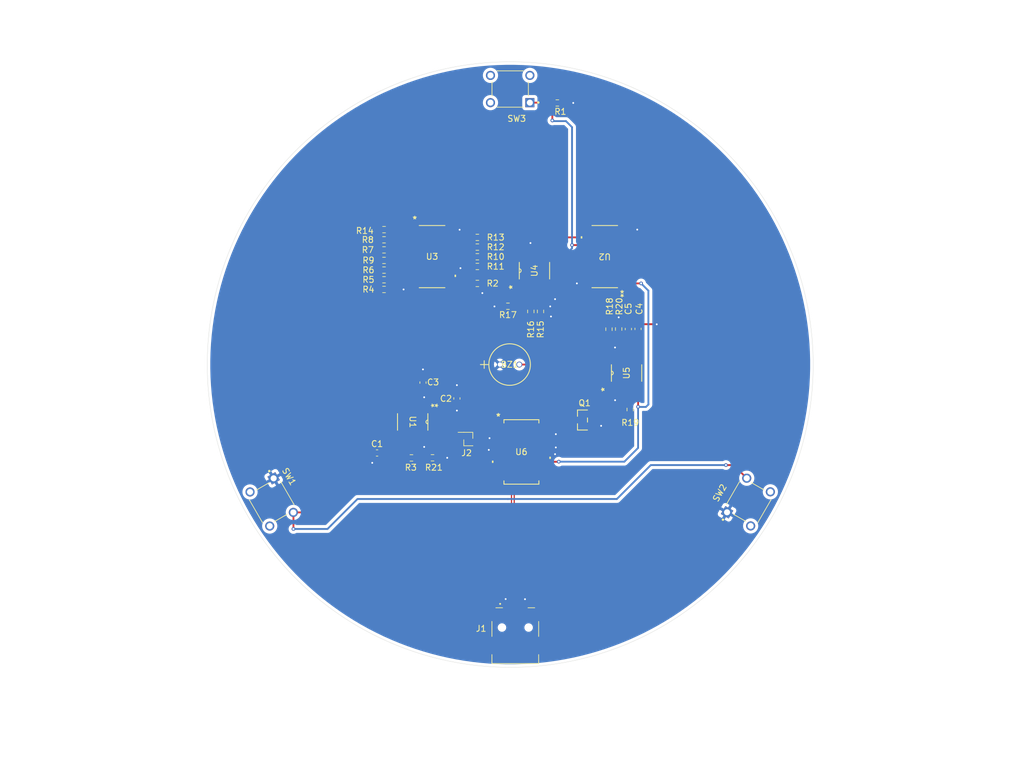
<source format=kicad_pcb>
(kicad_pcb (version 20241229) (generator "pcbnew") (generator_version "9.0")
  (layers (0 "F.Cu" signal "Signal") (4 "In1.Cu" power "GND1") (6 "In2.Cu" power "GND2") (2 "B.Cu" mixed "Signal_PWR") (13 "F.Paste" user) (15 "B.Paste" user) (5 "F.SilkS" user "F.Silkscreen") (7 "B.SilkS" user "B.Silkscreen") (1 "F.Mask" user) (3 "B.Mask" user) (25 "Edge.Cuts" user))
  (net 0 "")
  (net 1 "Net-(BZ1--)")
  (net 2 "+5V")
  (net 3 "GND")
  (net 4 "Net-(U1-CV)")
  (net 5 "Net-(U1-THR)")
  (net 6 "Net-(U5-CV)")
  (net 7 "Net-(U5-THR)")
  (net 8 "/D-")
  (net 9 "/D+")
  (net 10 "Net-(J2-Pin_1)")
  (net 11 "Net-(J2-Pin_2)")
  (net 12 "Net-(Q1A-B1)")
  (net 13 "reset")
  (net 14 "Net-(U4-+)")
  (net 15 "Net-(U3-Q0)")
  (net 16 "Net-(U1-DIS)")
  (net 17 "Net-(U3-Q1)")
  (net 18 "Net-(U3-Q2)")
  (net 19 "Net-(U3-Q3)")
  (net 20 "Net-(U3-Q4)")
  (net 21 "Net-(U3-Q5)")
  (net 22 "Net-(U3-Q6)")
  (net 23 "Net-(U3-Q7)")
  (net 24 "Net-(U3-Q8)")
  (net 25 "Net-(U3-Q9)")
  (net 26 "Net-(U3-Q10)")
  (net 27 "Net-(U3-Q11)")
  (net 28 "Net-(U4--)")
  (net 29 "Net-(U5-TR)")
  (net 30 "Net-(U5-DIS)")
  (net 31 "Net-(U5-Q)")
  (net 32 "Net-(SW1-B)")
  (net 33 "CLK")
  (net 38 "Net-(U2-CLK)")
  (net 39 "Alarma")
  (footprint "Resistor_SMD:R_0603_1608Metric" (layer "F.Cu") (at 127.175 100.4 180)
    (property "Reference" "R21")
    (property "Value" "10k" (hide yes))
  )
  (footprint "Resistor_SMD:R_0603_1608Metric" (layer "F.Cu") (at 119.18 62.72 180)
    (property "Reference" "R14")
    (property "Value" "100k" (hide yes))
  )
  (footprint "Button:SW_TS02-66-90-BK-260-SCR-D" (layer "F.Cu") (at 139.991295 39.5 180)
    (property "Reference" "SW3")
    (property "Value" "SW_SPST" (hide yes))
  )
  (footprint "Resistor_SMD:R_0603_1608Metric" (layer "F.Cu") (at 119.174859 66.064338 180)
    (property "Reference" "R7")
    (property "Value" "100k" (hide yes))
  )
  (footprint "USB:CUI_UJ2-MBH-1-SMT" (layer "F.Cu") (at 139.23575 125.9175)
    (property "Reference" "J1")
    (property "Value" "USB_B")
  )
  (footprint "Button:SW_TS02-66-90-BK-260-SCR-D" (layer "F.Cu") (at 179.354203 107.707 60)
    (property "Reference" "SW2")
    (property "Value" "SW_SPST" (hide yes))
  )
  (footprint "Resistor_SMD:R_0603_1608Metric" (layer "F.Cu") (at 143.4 76.225 90)
    (property "Reference" "R16")
    (property "Value" "R" (hide yes))
  )
  (footprint "Capacitor_SMD:C_0603_1608Metric" (layer "F.Cu") (at 161.095 79.1112 90)
    (property "Reference" "C4")
    (property "Value" "10n" (hide yes))
  )
  (footprint "Resistor_SMD:R_0603_1608Metric" (layer "F.Cu") (at 119.175 71 180)
    (property "Reference" "R5")
    (property "Value" "100k" (hide yes))
  )
  (footprint "74HC:SOT109-1_NXP" (layer "F.Cu") (at 127.1035 67.175)
    (property "Reference" "U3")
    (property "Value" "4040")
  )
  (footprint "NE555:D8" (layer "F.Cu") (at 159.2 86.4 90)
    (property "Reference" "U5")
    (property "Value" "NE555D")
  )
  (footprint "FT232:SSOP-28_FTD" (layer "F.Cu") (at 141.844 99.425)
    (property "Reference" "U6")
    (property "Value" "FT232RL")
  )
  (footprint "Resistor_SMD:R_0603_1608Metric" (layer "F.Cu") (at 147.775 41.8 180)
    (property "Reference" "R1")
    (property "Value" "100k" (hide yes))
  )
  (footprint "Resistor_SMD:R_0603_1608Metric" (layer "F.Cu") (at 139.623387 75.367936 180)
    (property "Reference" "R17")
    (property "Value" "R" (hide yes))
  )
  (footprint "Resistor_SMD:R_0603_1608Metric" (layer "F.Cu") (at 156.295 79.1612 90)
    (property "Reference" "R18")
    (property "Value" "1k" (hide yes))
  )
  (footprint "Capacitor_SMD:C_0603_1608Metric" (layer "F.Cu") (at 159.495 79.1362 90)
    (property "Reference" "C5")
    (property "Value" "C" (hide yes))
  )
  (footprint "Resistor_SMD:R_0603_1608Metric" (layer "F.Cu") (at 145 76.225 90)
    (property "Reference" "R15")
    (property "Value" "R" (hide yes))
  )
  (footprint "Trans:SOT-23_MCC" (layer "F.Cu") (at 151.9237 94.15885 90)
    (property "Reference" "Q1")
    (property "Value" "FFB3904" (hide yes))
  )
  (footprint "Resistor_SMD:R_0603_1608Metric" (layer "F.Cu") (at 134.575 65.6)
    (property "Reference" "R12")
    (property "Value" "100k" (hide yes))
  )
  (footprint "Connector_PinHeader_1.00mm:PinHeader_1x02_P1.00mm_Vertical_SMD_Pin1Left" (layer "F.Cu") (at 133.080617 97.307577)
    (property "Reference" "J2")
    (property "Value" "UART" (hide yes))
  )
  (footprint "Resistor_SMD:R_0603_1608Metric" (layer "F.Cu") (at 119.175 67.8 180)
    (property "Reference" "R9")
    (property "Value" "100k" (hide yes))
  )
  (footprint "Resistor_SMD:R_0603_1608Metric" (layer "F.Cu") (at 157.895 79.132906 -90)
    (property "Reference" "R20")
    (property "Value" "50k" (hide yes))
  )
  (footprint "Resistor_SMD:R_0603_1608Metric" (layer "F.Cu") (at 123.699735 100.41557 180)
    (property "Reference" "R3")
    (property "Value" "1K" (hide yes))
  )
  (footprint "Resistor_SMD:R_0603_1608Metric" (layer "F.Cu") (at 119.175 69.4 180)
    (property "Reference" "R6")
    (property "Value" "100k" (hide yes))
  )
  (footprint "BuzzBuzz:TO_0601A_SOB" (layer "F.Cu") (at 138.299999 85)
    (property "Reference" "BZ1")
    (property "Value" "Buzzer")
  )
  (footprint "Capacitor_SMD:C_0603_1608Metric" (layer "F.Cu") (at 125.6 87.975 90)
    (property "Reference" "C3")
    (property "Value" "10n" (hide yes))
  )
  (footprint "Resistor_SMD:R_0603_1608Metric" (layer "F.Cu") (at 159.795 92.425 -90)
    (property "Reference" "R19")
    (property "Value" "R" (hide yes))
  )
  (footprint "Capacitor_SMD:C_0603_1608Metric" (layer "F.Cu") (at 118.025 99.6 180)
    (property "Reference" "C1")
    (property "Value" "10n" (hide yes))
  )
  (footprint "Resistor_SMD:R_0603_1608Metric" (layer "F.Cu") (at 134.575 67.2)
    (property "Reference" "R10")
    (property "Value" "100k" (hide yes))
  )
  (footprint "74HC:SOT109-1_NXP" (layer "F.Cu") (at 155.6035 67.175 180)
    (property "Reference" "U2")
    (property "Value" "4040")
  )
  (footprint "Resistor_SMD:R_0603_1608Metric" (layer "F.Cu") (at 119.175 64.4 180)
    (property "Reference" "R8")
    (property "Value" "100k" (hide yes))
  )
  (footprint "Capacitor_SMD:C_0603_1608Metric" (layer "F.Cu") (at 131.2 90.6 -90)
    (property "Reference" "C2")
    (property "Value" "100n" (hide yes))
  )
  (footprint "U741:D8" (layer "F.Cu") (at 144 69.5 90)
    (property "Reference" "U4")
    (property "Value" "LM741")
  )
  (footprint "Resistor_SMD:R_0603_1608Metric" (layer "F.Cu") (at 134.575 71.6)
    (property "Reference" "R2")
    (property "Value" "100k" (hide yes))
  )
  (footprint "Button:SW_TS02-66-90-BK-260-SCR-D" (layer "F.Cu") (at 100.634713 107.727651 -60)
    (property "Reference" "SW1")
    (property "Value" "SW_SPST" (hide yes))
  )
  (footprint "Resistor_SMD:R_0603_1608Metric" (layer "F.Cu") (at 119.175 72.6 180)
    (property "Reference" "R4")
    (property "Value" "100k" (hide yes))
  )
  (footprint "Resistor_SMD:R_0603_1608Metric" (layer "F.Cu") (at 134.575 68.8)
    (property "Reference" "R11")
    (property "Value" "100k" (hide yes))
  )
  (footprint "NE555:D8" (layer "F.Cu") (at 123.905 94.475 -90)
    (property "Reference" "U1")
    (property "Value" "NE555D")
  )
  (footprint "Resistor_SMD:R_0603_1608Metric" (layer "F.Cu") (at 134.575 64)
    (property "Reference" "R13")
    (property "Value" "100k" (hide yes))
  )
  (gr_circle (center 140 85) (end 190 85) (stroke (width 0.05)) (fill no) (layer "Edge.Cuts"))
  (segment (start 148.6 93.4) (end 149.35885 94.15885) (width 0.3) (layer "F.Cu") (net 1))
  (segment (start 149.35885 94.15885) (end 151.0474 94.15885) (width 0.3) (layer "F.Cu") (net 1))
  (segment (start 143.6 85) (end 148.6 90) (width 0.3) (layer "F.Cu") (net 1))
  (segment (start 141.5 85) (end 143.6 85) (width 0.3) (layer "F.Cu") (net 1))
  (segment (start 148.6 90) (end 148.6 93.4) (width 0.3) (layer "F.Cu") (net 1))
  (segment (start 139.23575 123.732516) (end 139.243879 123.724387) (width 0.3) (layer "F.Cu") (net 2))
  (segment (start 138.288 97.150001) (end 136.589305 97.150001) (width 0.3) (layer "F.Cu") (net 2))
  (segment (start 148.6 41.8) (end 150.4 41.8) (width 0.3) (layer "F.Cu") (net 2))
  (segment (start 129.707 62.73) (end 131.63836 62.73) (width 0.3) (layer "F.Cu") (net 2))
  (segment (start 125.81 98.59) (end 125.8 98.6) (width 0.3) (layer "F.Cu") (net 2))
  (segment (start 157.295 83.9362) (end 157.295 82.184746) (width 0.3) (layer "F.Cu") (net 2))
  (segment (start 157.295 82.184746) (end 157.293995 82.183741) (width 0.3) (layer "F.Cu") (net 2))
  (segment (start 157.895 78.307906) (end 157.895 77.205568) (width 0.3) (layer "F.Cu") (net 2))
  (segment (start 157.895 77.205568) (end 157.897397 77.203171) (width 0.3) (layer "F.Cu") (net 2))
  (segment (start 151.02 71.62) (end 151 71.6) (width 0.3) (layer "F.Cu") (net 2))
  (segment (start 131.63836 62.73) (end 131.64545 62.73709) (width 0.3) (layer "F.Cu") (net 2))
  (segment (start 138.798387 75.367936) (end 137.432064 75.367936) (width 0.3) (layer "F.Cu") (net 2))
  (segment (start 146.800001 100.399999) (end 147.4 99.8) (width 0.3) (layer "F.Cu") (net 2))
  (segment (start 128 100.4) (end 129.6 100.4) (width 0.3) (layer "F.Cu") (net 2))
  (segment (start 145.4 100.399999) (end 146.800001 100.399999) (width 0.3) (layer "F.Cu") (net 2))
  (segment (start 125.81 96.9388) (end 125.81 98.59) (width 0.3) (layer "F.Cu") (net 2))
  (segment (start 153 71.62) (end 151.02 71.62) (width 0.3) (layer "F.Cu") (net 2))
  (segment (start 139.23575 125.9175) (end 139.23575 123.732516) (width 0.3) (layer "F.Cu") (net 2))
  (segment (start 137.432064 75.367936) (end 137.4 75.4) (width 0.3) (layer "F.Cu") (net 2))
  (segment (start 143.365 67.0362) (end 143.365 64.960104) (width 0.3) (layer "F.Cu") (net 2))
  (segment (start 143.365 64.960104) (end 143.340623 64.935727) (width 0.3) (layer "F.Cu") (net 2))
  (segment (start 136.589305 97.150001) (end 136.584295 97.155011) (width 0.3) (layer "F.Cu") (net 2))
  (segment (start 131.2 89.825) (end 131.2 88.4) (width 0.3) (layer "F.Cu") (net 2))
  (via (at 129.6 100.4) (size 0.6) (drill 0.3) (layers "F.Cu" "B.Cu") (net 2))
  (via (at 136.584295 97.155011) (size 0.6) (drill 0.3) (layers "F.Cu" "B.Cu") (net 2))
  (via (at 143.340623 64.935727) (size 0.6) (drill 0.3) (layers "F.Cu" "B.Cu") (net 2))
  (via (at 131.64545 62.73709) (size 0.6) (drill 0.3) (layers "F.Cu" "B.Cu") (net 2))
  (via (at 137.4 75.4) (size 0.6) (drill 0.3) (layers "F.Cu" "B.Cu") (net 2))
  (via (at 157.897397 77.203171) (size 0.6) (drill 0.3) (layers "F.Cu" "B.Cu") (net 2))
  (via (at 125.8 98.6) (size 0.6) (drill 0.3) (layers "F.Cu" "B.Cu") (net 2))
  (via (at 147.4 99.8) (size 0.6) (drill 0.3) (layers "F.Cu" "B.Cu") (net 2))
  (via (at 131.2 88.4) (size 0.6) (drill 0.3) (layers "F.Cu" "B.Cu") (net 2))
  (via (at 139.243879 123.724387) (size 0.6) (drill 0.3) (layers "F.Cu" "B.Cu") (net 2))
  (via (at 157.293995 82.183741) (size 0.6) (drill 0.3) (layers "F.Cu" "B.Cu") (net 2))
  (via (at 151 71.6) (size 0.6) (drill 0.3) (layers "F.Cu" "B.Cu") (net 2))
  (via (at 150.4 41.8) (size 0.6) (drill 0.3) (layers "F.Cu" "B.Cu") (net 2))
  (segment (start 142.43575 125.9175) (end 142.43575 123.750161) (width 0.3) (layer "F.Cu") (net 3))
  (segment (start 146.712067 77.05) (end 146.725935 77.063868) (width 0.3) (layer "F.Cu") (net 3))
  (segment (start 142.43575 123.750161) (end 142.439584 123.746327) (width 0.3) (layer "F.Cu") (net 3))
  (segment (start 144.331998 99.750001) (end 143.8 100.281999) (width 0.3) (layer "F.Cu") (net 3))
  (segment (start 147.510485 98.689515) (end 147.522494 98.689515) (width 0.3) (layer "F.Cu") (net 3))
  (segment (start 152.8 95.1177) (end 155.000426 95.1177) (width 0.3) (layer "F.Cu") (net 3))
  (segment (start 124.5 71.62) (end 122.78 71.62) (width 0.3) (layer "F.Cu") (net 3))
  (segment (start 122.6 71.8) (end 122.4 72) (width 0.3) (layer "F.Cu") (net 3))
  (segment (start 161.095 78.3362) (end 164.159629 78.3362) (width 0.3) (layer "F.Cu") (net 3))
  (segment (start 125.81 90.41) (end 125.8 90.4) (width 0.3) (layer "F.Cu") (net 3))
  (segment (start 141.63575 125.9175) (end 142.43575 125.9175) (width 0.3) (layer "F.Cu") (net 3))
  (segment (start 160.948429 62.73) (end 160.963233 62.715196) (width 0.3) (layer "F.Cu") (net 3))
  (segment (start 125.6 87.2) (end 125.6 85.8) (width 0.3) (layer "F.Cu") (net 3))
  (segment (start 157.295 90.87709) (end 157.306339 90.888429) (width 0.3) (layer "F.Cu") (net 3))
  (segment (start 157.295 88.8638) (end 157.295 90.87709) (width 0.3) (layer "F.Cu") (net 3))
  (segment (start 122.4 72) (end 122.4 72.6) (width 0.3) (layer "F.Cu") (net 3))
  (segment (start 143.8 101.200099) (end 144.2999 101.699999) (width 0.3) (layer "F.Cu") (net 3))
  (segment (start 145.905 71.9638) (end 145.905 73.705) (width 0.3) (layer "F.Cu") (net 3))
  (segment (start 145.4 96.5) (end 147.524803 96.5) (width 0.3) (layer "F.Cu") (net 3))
  (segment (start 145.905 73.705) (end 146.4 74.2) (width 0.3) (layer "F.Cu") (net 3))
  (segment (start 122.78 71.62) (end 122.6 71.8) (width 0.3) (layer "F.Cu") (net 3))
  (segment (start 146.4 74.2) (end 147.4 74.2) (width 0.3) (layer "F.Cu") (net 3))
  (segment (start 117.25 99.6) (end 117.25 101.209723) (width 0.3) (layer "F.Cu") (net 3))
  (segment (start 145.4 96.5) (end 145.4 97.150001) (width 0.3) (layer "F.Cu") (net 3))
  (segment (start 125.81 92.0112) (end 125.81 90.41) (width 0.3) (layer "F.Cu") (net 3))
  (segment (start 145 77.05) (end 146.712067 77.05) (width 0.3) (layer "F.Cu") (net 3))
  (segment (start 159.495 78.3612) (end 161.07 78.3612) (width 0.3) (layer "F.Cu") (net 3))
  (segment (start 143.4 77.05) (end 145 77.05) (width 0.3) (layer "F.Cu") (net 3))
  (segment (start 131.2 91.375) (end 131.2 92.6) (width 0.3) (layer "F.Cu") (net 3))
  (segment (start 155.000426 95.1177) (end 155.000739 95.118013) (width 0.3) (layer "F.Cu") (net 3))
  (segment (start 161.07 78.3612) (end 161.095 78.3362) (width 0.3) (layer "F.Cu") (net 3))
  (segment (start 143.8 100.281999) (end 143.8 101.200099) (width 0.3) (layer "F.Cu") (net 3))
  (segment (start 147.524803 96.5) (end 147.529515 96.495288) (width 0.3) (layer "F.Cu") (net 3))
  (segment (start 164.159629 78.3362) (end 164.177944 78.354515) (width 0.3) (layer "F.Cu") (net 3))
  (segment (start 145.4 99.750001) (end 146.449999 99.750001) (width 0.3) (layer "F.Cu") (net 3))
  (segment (start 158.207 62.73) (end 160.948429 62.73) (width 0.3) (layer "F.Cu") (net 3))
  (segment (start 144.2999 101.699999) (end 145.4 101.699999) (width 0.3) (layer "F.Cu") (net 3))
  (segment (start 146.449999 99.750001) (end 147.510485 98.689515) (width 0.3) (layer "F.Cu") (net 3))
  (segment (start 138.288 99.099999) (end 136.471267 99.099999) (width 0.3) (layer "F.Cu") (net 3))
  (segment (start 145.4 99.750001) (end 144.331998 99.750001) (width 0.3) (layer "F.Cu") (net 3))
  (segment (start 117.25 101.209723) (end 117.227736 101.231987) (width 0.3) (layer "F.Cu") (net 3))
  (segment (start 136.471267 99.099999) (end 136.465034 99.093766) (width 0.3) (layer "F.Cu") (net 3))
  (via (at 160.963233 62.715196) (size 0.6) (drill 0.3) (layers "F.Cu" "B.Cu") (net 3))
  (via (at 136.465034 99.093766) (size 0.6) (drill 0.3) (layers "F.Cu" "B.Cu") (net 3))
  (via (at 117.227736 101.231987) (size 0.6) (drill 0.3) (layers "F.Cu" "B.Cu") (net 3))
  (via (at 122.4 72.6) (size 0.6) (drill 0.3) (layers "F.Cu" "B.Cu") (net 3))
  (via (at 147.529515 96.495288) (size 0.6) (drill 0.3) (layers "F.Cu" "B.Cu") (net 3))
  (via (at 147.522494 98.689515) (size 0.6) (drill 0.3) (layers "F.Cu" "B.Cu") (net 3))
  (via (at 147.4 74.2) (size 0.6) (drill 0.3) (layers "F.Cu" "B.Cu") (net 3))
  (via (at 146.725935 77.063868) (size 0.6) (drill 0.3) (layers "F.Cu" "B.Cu") (net 3))
  (via (at 164.177944 78.354515) (size 0.6) (drill 0.3) (layers "F.Cu" "B.Cu") (net 3))
  (via (at 157.306339 90.888429) (size 0.6) (drill 0.3) (layers "F.Cu" "B.Cu") (net 3))
  (via (at 142.439584 123.746327) (size 0.6) (drill 0.3) (layers "F.Cu" "B.Cu") (net 3))
  (via (at 125.6 85.8) (size 0.6) (drill 0.3) (layers "F.Cu" "B.Cu") (net 3))
  (via (at 155.000739 95.118013) (size 0.6) (drill 0.3) (layers "F.Cu" "B.Cu") (net 3))
  (via (at 131.2 92.6) (size 0.6) (drill 0.3) (layers "F.Cu" "B.Cu") (net 3))
  (via (at 125.8 90.4) (size 0.6) (drill 0.3) (layers "F.Cu" "B.Cu") (net 3))
  (segment (start 122 98.2) (end 120.6 99.6) (width 0.3) (layer "F.Cu") (net 4))
  (segment (start 120.6 99.6) (end 118.8 99.6) (width 0.3) (layer "F.Cu") (net 4))
  (segment (start 122 96.9388) (end 122 98.2) (width 0.3) (layer "F.Cu") (net 4))
  (segment (start 123.27 98.73) (end 122.874735 99.125265) (width 0.3) (layer "F.Cu") (net 5))
  (segment (start 124.54 90.46) (end 125.6 89.4) (width 0.2) (layer "F.Cu") (net 5))
  (segment (start 124.54 92.0112) (end 124.54 90.46) (width 0.2) (layer "F.Cu") (net 5))
  (segment (start 125.6 89.4) (end 125.6 88.75) (width 0.2) (layer "F.Cu") (net 5))
  (segment (start 122.874735 99.125265) (end 122.874735 100.41557) (width 0.3) (layer "F.Cu") (net 5))
  (segment (start 124.54 93.8132) (end 124.54 92.0112) (width 0.2) (layer "F.Cu") (net 5))
  (segment (start 123.27 96.9388) (end 123.27 95.0832) (width 0.2) (layer "F.Cu") (net 5))
  (segment (start 123.27 96.9388) (end 123.27 98.73) (width 0.3) (layer "F.Cu") (net 5))
  (segment (start 123.27 95.0832) (end 124.54 93.8132) (width 0.2) (layer "F.Cu") (net 5))
  (segment (start 161.105 83.9362) (end 161.105 79.8962) (width 0.3) (layer "F.Cu") (net 6))
  (segment (start 161.105 79.8962) (end 161.095 79.8862) (width 0.3) (layer "F.Cu") (net 6))
  (segment (start 159.495 80.43055) (end 159.495 79.9112) (width 0.3) (layer "F.Cu") (net 7))
  (segment (start 159.835 83.9362) (end 159.835 80.77055) (width 0.3) (layer "F.Cu") (net 7))
  (segment (start 159.835 80.77055) (end 159.495 80.43055) (width 0.3) (layer "F.Cu") (net 7))
  (segment (start 140.21075 106.271052) (end 140.21075 123.867499) (width 0.2) (layer "F.Cu") (net 8))
  (segment (start 145.4 102.999999) (end 144.199849 102.999999) (width 0.2) (layer "F.Cu") (net 8))
  (segment (start 140.03575 124.042499) (end 140.03575 125.9175) (width 0.2) (layer "F.Cu") (net 8))
  (segment (start 143.381802 103.1) (end 140.21075 106.271052) (width 0.2) (layer "F.Cu") (net 8))
  (segment (start 144.099848 103.1) (end 143.381802 103.1) (width 0.2) (layer "F.Cu") (net 8))
  (segment (start 144.199849 102.999999) (end 144.099848 103.1) (width 0.2) (layer "F.Cu") (net 8))
  (segment (start 140.21075 123.867499) (end 140.03575 124.042499) (width 0.2) (layer "F.Cu") (net 8))
  (segment (start 140.66075 106.457448) (end 140.66075 123.867499) (width 0.2) (layer "F.Cu") (net 9))
  (segment (start 144.199849 103.65) (end 144.099848 103.549999) (width 0.2) (layer "F.Cu") (net 9))
  (segment (start 144.099848 103.549999) (end 143.568199 103.549999) (width 0.2) (layer "F.Cu") (net 9))
  (segment (start 145.4 103.65) (end 144.199849 103.65) (width 0.2) (layer "F.Cu") (net 9))
  (segment (start 143.568199 103.549999) (end 140.66075 106.457448) (width 0.2) (layer "F.Cu") (net 9))
  (segment (start 140.83575 124.042499) (end 140.83575 125.9175) (width 0.2) (layer "F.Cu") (net 9))
  (segment (start 140.66075 123.867499) (end 140.83575 124.042499) (width 0.2) (layer "F.Cu") (net 9))
  (segment (start 130.4 95.2) (end 138.288 95.2) (width 0.3) (layer "F.Cu") (net 10))
  (segment (start 130.407577 96.807577) (end 130.2 96.6) (width 0.3) (layer "F.Cu") (net 10))
  (segment (start 130.2 96.6) (end 130.2 95.4) (width 0.3) (layer "F.Cu") (net 10))
  (segment (start 132.205617 96.807577) (end 130.407577 96.807577) (width 0.3) (layer "F.Cu") (net 10))
  (segment (start 130.2 95.4) (end 130.4 95.2) (width 0.3) (layer "F.Cu") (net 10))
  (segment (start 138.280422 97.807577) (end 138.288 97.799999) (width 0.3) (layer "F.Cu") (net 11))
  (segment (start 133.955617 97.807577) (end 138.280422 97.807577) (width 0.3) (layer "F.Cu") (net 11))
  (segment (start 159.795 93.25) (end 152.85 93.25) (width 0.3) (layer "F.Cu") (net 12))
  (segment (start 152.85 93.25) (end 152.8 93.2) (width 0.3) (layer "F.Cu") (net 12))
  (segment (start 131.783187 69.08) (end 131.78799 69.084803) (width 0.3) (layer "F.Cu") (net 13))
  (segment (start 146.95 44.689054) (end 146.950021 44.689075) (width 0.3) (layer "F.Cu") (net 13))
  (segment (start 146.95 41.8) (end 146.95 44.689054) (width 0.3) (layer "F.Cu") (net 13))
  (segment (start 129.707 69.08) (end 131.783187 69.08) (width 0.3) (layer "F.Cu") (net 13))
  (segment (start 143.241295 41.75) (end 146.9 41.75) (width 0.3) (layer "F.Cu") (net 13))
  (segment (start 150.2 65.27) (end 150.283499 65.27) (width 0.3) (layer "F.Cu") (net 13))
  (segment (start 153 65.27) (end 150.2 65.27) (width 0.3) (layer "F.Cu") (net 13))
  (segment (start 146.9 41.75) (end 146.95 41.8) (width 0.3) (layer "F.Cu") (net 13))
  (via (at 131.78799 69.084803) (size 0.6) (drill 0.3) (layers "F.Cu" "B.Cu") (net 13))
  (via (at 146.950021 44.689075) (size 0.6) (drill 0.3) (layers "F.Cu" "B.Cu") (net 13))
  (via (at 150.2 65.27) (size 0.6) (drill 0.3) (layers "F.Cu" "B.Cu") (net 13))
  (segment (start 146.950021 44.689075) (end 147.060946 44.8) (width 0.3) (layer "B.Cu") (net 13))
  (segment (start 149 67) (end 150.2 65.8) (width 0.3) (layer "B.Cu") (net 13))
  (segment (start 150.2 45.8) (end 150.2 65.27) (width 0.3) (layer "B.Cu") (net 13))
  (segment (start 131.78799 69.084803) (end 137.915197 69.084803) (width 0.3) (layer "B.Cu") (net 13))
  (segment (start 140 67) (end 149 67) (width 0.3) (layer "B.Cu") (net 13))
  (segment (start 147.060946 44.8) (end 149.2 44.8) (width 0.3) (layer "B.Cu") (net 13))
  (segment (start 150.2 65.8) (end 150.2 65.27) (width 0.3) (layer "B.Cu") (net 13))
  (segment (start 149.2 44.8) (end 150.2 45.8) (width 0.3) (layer "B.Cu") (net 13))
  (segment (start 137.915197 69.084803) (end 140 67) (width 0.3) (layer "B.Cu") (net 13))
  (segment (start 135.4 61.6) (end 135.4 64) (width 0.3) (layer "F.Cu") (net 14))
  (segment (start 118.35 72.6) (end 118.35 71) (width 0.3) (layer "F.Cu") (net 14))
  (segment (start 145 74.891698) (end 145 75.4) (width 0.3) (layer "F.Cu") (net 14))
  (segment (start 118.35 71) (end 118.35 69.4) (width 0.3) (layer "F.Cu") (net 14))
  (segment (start 118.355 61.645) (end 119.2 60.8) (width 0.3) (layer "F.Cu") (net 14))
  (segment (start 135.4 64) (end 135.4 71.6) (width 0.3) (layer "F.Cu") (net 14))
  (segment (start 118.355 62.72) (end 118.355 61.645) (width 0.3) (layer "F.Cu") (net 14))
  (segment (start 146.6 75.4) (end 145 75.4) (width 0.3) (layer "F.Cu") (net 14))
  (segment (start 118.35 67.8) (end 118.35 62.725) (width 0.3) (layer "F.Cu") (net 14))
  (segment (start 118.35 62.725) (end 118.355 62.72) (width 0.3) (layer "F.Cu") (net 14))
  (segment (start 144.635 71.9638) (end 144.635 74.526698) (width 0.3) (layer "F.Cu") (net 14))
  (segment (start 119.2 60.8) (end 134.6 60.8) (width 0.3) (layer "F.Cu") (net 14))
  (segment (start 144.635 74.526698) (end 145 74.891698) (width 0.3) (layer "F.Cu") (net 14))
  (segment (start 118.35 69.4) (end 118.35 67.8) (width 0.3) (layer "F.Cu") (net 14))
  (segment (start 134.6 60.8) (end 135.4 61.6) (width 0.3) (layer "F.Cu") (net 14))
  (segment (start 135.4 71.6) (end 135.4 73.2) (width 0.3) (layer "F.Cu") (net 14))
  (via (at 135.4 73.2) (size 0.6) (drill 0.3) (layers "F.Cu" "B.Cu") (net 14))
  (via (at 146.6 75.4) (size 0.6) (drill 0.3) (layers "F.Cu" "B.Cu") (net 14))
  (segment (start 135.4 73.2) (end 136.2 74) (width 0.3) (layer "B.Cu") (net 14))
  (segment (start 146 74) (end 146.6 74.6) (width 0.3) (layer "B.Cu") (net 14))
  (segment (start 146.6 74.6) (end 146.6 75.4) (width 0.3) (layer "B.Cu") (net 14))
  (segment (start 136.2 74) (end 146 74) (width 0.3) (layer "B.Cu") (net 14))
  (segment (start 129.707 71.62) (end 133.73 71.62) (width 0.3) (layer "F.Cu") (net 15))
  (segment (start 133.73 71.62) (end 133.75 71.6) (width 0.3) (layer "F.Cu") (net 15))
  (segment (start 124.54 96.9388) (end 124.54 100.34) (width 0.3) (layer "F.Cu") (net 16))
  (segment (start 124.54 100.34) (end 124.6 100.4) (width 0.3) (layer "F.Cu") (net 16))
  (segment (start 124.524735 100.41557) (end 126.33443 100.41557) (width 0.3) (layer "F.Cu") (net 16))
  (segment (start 126.33443 100.41557) (end 126.35 100.4) (width 0.3) (layer "F.Cu") (net 16))
  (segment (start 122.758302 70.35) (end 120.508302 72.6) (width 0.3) (layer "F.Cu") (net 17))
  (segment (start 124.5 70.35) (end 122.758302 70.35) (width 0.3) (layer "F.Cu") (net 17))
  (segment (start 120.508302 72.6) (end 120 72.6) (width 0.3) (layer "F.Cu") (net 17))
  (segment (start 122.428302 69.08) (end 120.508302 71) (width 0.3) (layer "F.Cu") (net 18))
  (segment (start 120.508302 71) (end 120 71) (width 0.3) (layer "F.Cu") (net 18))
  (segment (start 124.5 69.08) (end 122.428302 69.08) (width 0.3) (layer "F.Cu") (net 18))
  (segment (start 122.098302 67.81) (end 120.508302 69.4) (width 0.3) (layer "F.Cu") (net 19))
  (segment (start 120.508302 69.4) (end 120 69.4) (width 0.3) (layer "F.Cu") (net 19))
  (segment (start 124.5 67.81) (end 122.098302 67.81) (width 0.3) (layer "F.Cu") (net 19))
  (segment (start 121.238302 65.27) (end 120.443964 66.064338) (width 0.3) (layer "F.Cu") (net 20))
  (segment (start 120.443964 66.064338) (end 119.999859 66.064338) (width 0.3) (layer "F.Cu") (net 20))
  (segment (start 124.5 65.27) (end 121.238302 65.27) (width 0.3) (layer "F.Cu") (net 20))
  (segment (start 120.833302 64) (end 120.433302 64.4) (width 0.3) (layer "F.Cu") (net 21))
  (segment (start 120.433302 64.4) (end 120 64.4) (width 0.3) (layer "F.Cu") (net 21))
  (segment (start 124.5 64) (end 120.833302 64) (width 0.3) (layer "F.Cu") (net 21))
  (segment (start 121.632499 66.54) (end 120.372499 67.8) (width 0.3) (layer "F.Cu") (net 22))
  (segment (start 124.5 66.54) (end 121.632499 66.54) (width 0.3) (layer "F.Cu") (net 22))
  (segment (start 120.372499 67.8) (end 120 67.8) (width 0.3) (layer "F.Cu") (net 22))
  (segment (start 133.241698 67.2) (end 133.75 67.2) (width 0.3) (layer "F.Cu") (net 23))
  (segment (start 132.581698 66.54) (end 133.241698 67.2) (width 0.3) (layer "F.Cu") (net 23))
  (segment (start 129.707 66.54) (end 132.581698 66.54) (width 0.3) (layer "F.Cu") (net 23))
  (segment (start 129.707 67.81) (end 132.251698 67.81) (width 0.3) (layer "F.Cu") (net 24))
  (segment (start 133.241698 68.8) (end 133.75 68.8) (width 0.3) (layer "F.Cu") (net 24))
  (segment (start 132.251698 67.81) (end 133.241698 68.8) (width 0.3) (layer "F.Cu") (net 24))
  (segment (start 132.911698 65.27) (end 133.241698 65.6) (width 0.3) (layer "F.Cu") (net 25))
  (segment (start 133.241698 65.6) (end 133.75 65.6) (width 0.3) (layer "F.Cu") (net 25))
  (segment (start 129.707 65.27) (end 132.911698 65.27) (width 0.3) (layer "F.Cu") (net 25))
  (segment (start 129.707 64) (end 133.75 64) (width 0.3) (layer "F.Cu") (net 26))
  (segment (start 120.08 62.73) (end 120 62.81) (width 0.2) (layer "F.Cu") (net 27))
  (segment (start 124.5 62.73) (end 120.075 62.73) (width 0.3) (layer "F.Cu") (net 27))
  (segment (start 120.075 62.73) (end 120.005 62.8) (width 0.2) (layer "F.Cu") (net 27))
  (segment (start 143.367936 75.367936) (end 143.4 75.4) (width 0.3) (layer "F.Cu") (net 28))
  (segment (start 143.365 71.9638) (end 143.365 75.365) (width 0.3) (layer "F.Cu") (net 28))
  (segment (start 143.365 75.365) (end 143.4 75.4) (width 0.3) (layer "F.Cu") (net 28))
  (segment (start 140.448387 75.367936) (end 143.367936 75.367936) (width 0.3) (layer "F.Cu") (net 28))
  (segment (start 155.6 92) (end 157.4 92) (width 0.3) (layer "F.Cu") (net 29))
  (segment (start 154.2 79.2) (end 154.2 90.6) (width 0.3) (layer "F.Cu") (net 29))
  (segment (start 156.295 78.3362) (end 156.295 78.295) (width 0.3) (layer "F.Cu") (net 29))
  (segment (start 158.565 90.835) (end 158.565 88.8638) (width 0.3) (layer "F.Cu") (net 29))
  (segment (start 156.295 78.295) (end 156.2 78.2) (width 0.3) (layer "F.Cu") (net 29))
  (segment (start 154.2 90.6) (end 155.6 92) (width 0.3) (layer "F.Cu") (net 29))
  (segment (start 156.295 78.3362) (end 155.0638 78.3362) (width 0.3) (layer "F.Cu") (net 29))
  (segment (start 155.0638 78.3362) (end 154.2 79.2) (width 0.3) (layer "F.Cu") (net 29))
  (segment (start 157.4 92) (end 158.565 90.835) (width 0.3) (layer "F.Cu") (net 29))
  (segment (start 158.565 83.9362) (end 158.565 81.12555) (width 0.3) (layer "F.Cu") (net 30))
  (segment (start 158.565 81.12555) (end 157.895 80.45555) (width 0.3) (layer "F.Cu") (net 30))
  (segment (start 157.895 79.957906) (end 156.323294 79.957906) (width 0.3) (layer "F.Cu") (net 30))
  (segment (start 157.895 80.45555) (end 157.895 79.957906) (width 0.3) (layer "F.Cu") (net 30))
  (segment (start 156.323294 79.957906) (end 156.295 79.9862) (width 0.3) (layer "F.Cu") (net 30))
  (segment (start 159.835 88.8638) (end 159.835 91.56) (width 0.3) (layer "F.Cu") (net 31))
  (segment (start 159.835 91.56) (end 159.795 91.6) (width 0.3) (layer "F.Cu") (net 31))
  (segment (start 104.226541 112.149844) (end 104.226541 109.435505) (width 0.3) (layer "F.Cu") (net 32))
  (segment (start 117.4 89.2) (end 121.2 89.2) (width 0.3) (layer "F.Cu") (net 32))
  (segment (start 113 93.6) (end 117.4 89.2) (width 0.3) (layer "F.Cu") (net 32))
  (segment (start 122 90) (end 122 92.0112) (width 0.3) (layer "F.Cu") (net 32))
  (segment (start 108.582766 109.417234) (end 113 105) (width 0.3) (layer "F.Cu") (net 32))
  (segment (start 121.2 89.2) (end 122 90) (width 0.3) (layer "F.Cu") (net 32))
  (segment (start 179.030646 103.767417) (end 176.863229 101.6) (width 0.3) (layer "F.Cu") (net 32))
  (segment (start 113 105) (end 113 93.6) (width 0.3) (layer "F.Cu") (net 32))
  (segment (start 104.226541 109.435505) (end 104.20827 109.417234) (width 0.3) (layer "F.Cu") (net 32))
  (segment (start 176.863229 101.6) (end 175.6 101.6) (width 0.3) (layer "F.Cu") (net 32))
  (segment (start 104.20827 109.417234) (end 108.582766 109.417234) (width 0.3) (layer "F.Cu") (net 32))
  (via (at 175.6 101.6) (size 0.6) (drill 0.3) (layers "F.Cu" "B.Cu") (net 32))
  (via (at 104.226541 112.149844) (size 0.6) (drill 0.3) (layers "F.Cu" "B.Cu") (net 32))
  (segment (start 109.850156 112.149844) (end 104.226541 112.149844) (width 0.3) (layer "B.Cu") (net 32))
  (segment (start 157.6 107.2) (end 163.2 101.6) (width 0.3) (layer "B.Cu") (net 32))
  (segment (start 114.8 107.2) (end 110.4 111.6) (width 0.3) (layer "B.Cu") (net 32))
  (segment (start 110.4 111.6) (end 109.850156 112.149844) (width 0.3) (layer "B.Cu") (net 32))
  (segment (start 139.6 107.2) (end 157.6 107.2) (width 0.3) (layer "B.Cu") (net 32))
  (segment (start 163.2 101.6) (end 175.6 101.6) (width 0.3) (layer "B.Cu") (net 32))
  (segment (start 139.6 107.2) (end 114.8 107.2) (width 0.3) (layer "B.Cu") (net 32))
  (segment (start 129.707 70.35) (end 127.9574 70.35) (width 0.3) (layer "F.Cu") (net 33))
  (segment (start 127.9574 70.35) (end 127.2 71.1074) (width 0.3) (layer "F.Cu") (net 33))
  (segment (start 123.27 81.73) (end 123.27 92.0112) (width 0.3) (layer "F.Cu") (net 33))
  (segment (start 127.2 71.1074) (end 127.2 77.8) (width 0.3) (layer "F.Cu") (net 33))
  (segment (start 127.2 77.8) (end 123.27 81.73) (width 0.3) (layer "F.Cu") (net 33))
  (segment (start 145.7692 64) (end 153 64) (width 0.3) (layer "F.Cu") (net 38))
  (segment (start 144.635 65.1342) (end 145.7692 64) (width 0.3) (layer "F.Cu") (net 38))
  (segment (start 144.635 67.0362) (end 144.635 65.1342) (width 0.3) (layer "F.Cu") (net 38))
  (segment (start 158.207 71.62) (end 158.227 71.6) (width 0.3) (layer "F.Cu") (net 39))
  (segment (start 147.997342 101.050001) (end 148.012009 101.035334) (width 0.3) (layer "F.Cu") (net 39))
  (segment (start 161.101468 91.973918) (end 161.105 91.970386) (width 0.3) (layer "F.Cu") (net 39))
  (segment (start 161.105 91.970386) (end 161.105 88.8638) (width 0.3) (layer "F.Cu") (net 39))
  (segment (start 158.227 71.6) (end 161.6 71.6) (width 0.3) (layer "F.Cu") (net 39))
  (segment (start 145.4 101.050001) (end 147.997342 101.050001) (width 0.3) (layer "F.Cu") (net 39))
  (via (at 148.012009 101.035334) (size 0.6) (drill 0.3) (layers "F.Cu" "B.Cu") (net 39))
  (via (at 161.101468 91.973918) (size 0.6) (drill 0.3) (layers "F.Cu" "B.Cu") (net 39))
  (via (at 161.6 71.6) (size 0.6) (drill 0.3) (layers "F.Cu" "B.Cu") (net 39))
  (segment (start 161.12755 92) (end 161.101468 91.973918) (width 0.3) (layer "B.Cu") (net 39))
  (segment (start 162.8 91.6) (end 162.4 92) (width 0.3) (layer "B.Cu") (net 39))
  (segment (start 158.835334 101.035334) (end 161.101468 98.7692) (width 0.3) (layer "B.Cu") (net 39))
  (segment (start 162.8 91.4) (end 162.8 91.6) (width 0.3) (layer "B.Cu") (net 39))
  (segment (start 148.012009 101.035334) (end 158.835334 101.035334) (width 0.3) (layer "B.Cu") (net 39))
  (segment (start 162.8 72.8) (end 162.8 91.4) (width 0.3) (layer "B.Cu") (net 39))
  (segment (start 161.6 71.6) (end 162.8 72.8) (width 0.3) (layer "B.Cu") (net 39))
  (segment (start 162.4 92) (end 161.12755 92) (width 0.3) (layer "B.Cu") (net 39))
  (segment (start 161.101468 98.7692) (end 161.101468 91.973918) (width 0.3) (layer "B.Cu") (net 39))
  (zone (net 2) (net_name "+5V") (layer "B.Cu") (priority 2) (connect_pads (clearance 0.5)) (min_thickness 0.25) (fill yes (thermal_gap 0.5) (thermal_bridge_width 0.5))
    (polygon (pts (xy 55.8 25.4) (xy 55.8 148.6) (xy 220 150.8) (xy 224.8 24.8)))
  )
)
</source>
